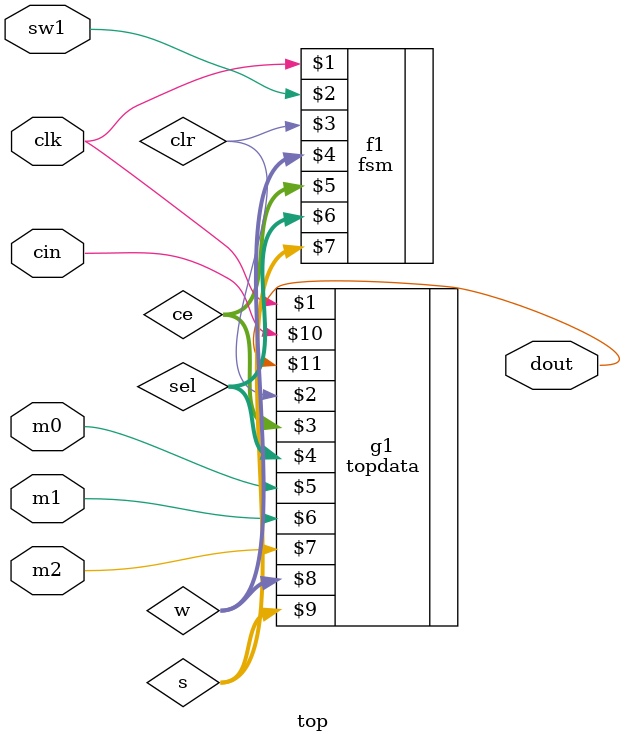
<source format=v>
module top (clk, sw1, m0, m1, m2, cin, dout);
input  clk, sw1, m0, m1, m2, cin;
output dout;

wire clr;
wire [1:0] sel;
wire [2:0] w, s;
wire [3:0] ce;

topdata g1(clk, clr, ce, sel, m0, m1, m2, w, s, cin, dout);
fsm     f1(clk, sw1, clr, w, ce, sel, s);

endmodule

</source>
